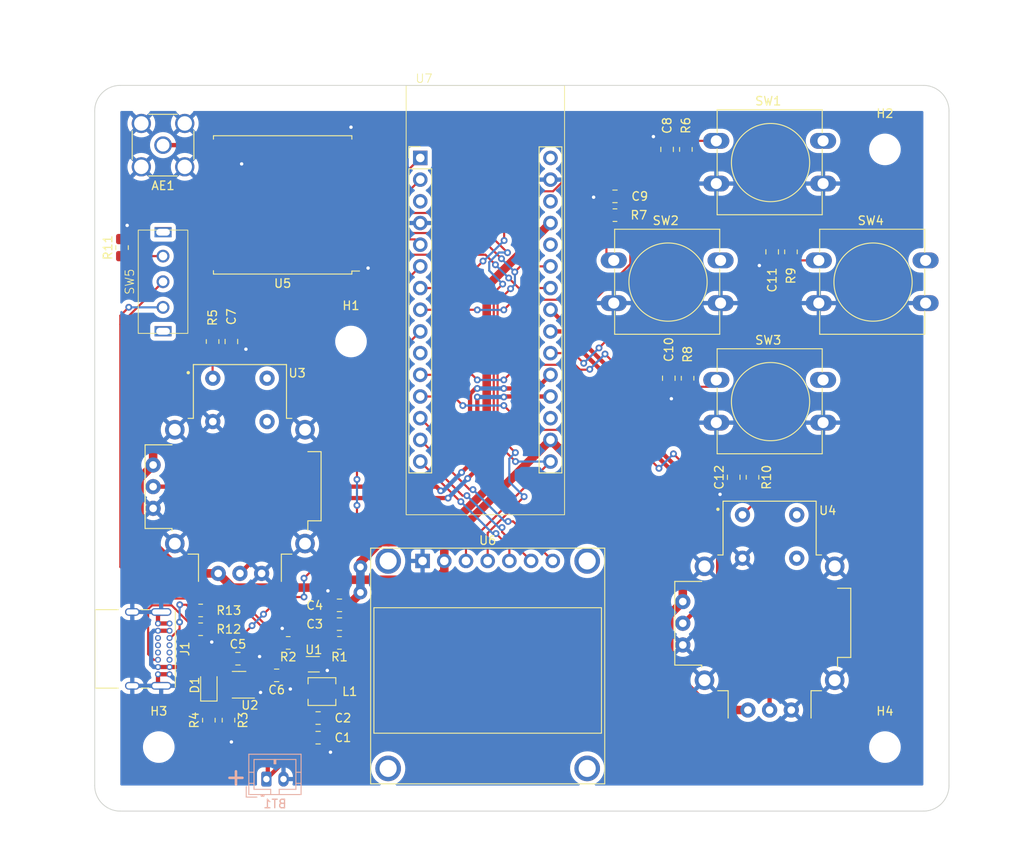
<source format=kicad_pcb>
(kicad_pcb (version 20240108) (generator "pcbnew") (generator_version "8.0")
  (layers (0 "F.Cu" signal) (31 "B.Cu" signal) (34 "B.Paste" user) (35 "F.Paste" user) (36 "B.SilkS" user "B.Silkscreen") (37 "F.SilkS" user "F.Silkscreen") (38 "B.Mask" user) (39 "F.Mask" user) (44 "Edge.Cuts" user))
  (net 0 "")
  (net 1 "Net-(AE1-A)")
  (net 2 "GND")
  (net 3 "/VBAT")
  (net 4 "+5V")
  (net 5 "/JOYSTICK_LEFT_SW")
  (net 6 "/BUTTON_UP")
  (net 7 "/BUTTON_LEFT")
  (net 8 "/BUTTON_DOWN")
  (net 9 "/BUTTON_RIGHT")
  (net 10 "/JOYSTICK_RIGHT_SW")
  (net 11 "/OLED_RST")
  (net 12 "/OLED_DC")
  (net 13 "/OLED_NSS")
  (net 14 "/LORA_RST")
  (net 15 "/LORA_DIO0")
  (net 16 "/LORA_NSS")
  (net 17 "/JOYSTICK_RIGHT_H")
  (net 18 "/JOYSTICK_RIGHT_V")
  (net 19 "/JOYSTICK_LEFT_H")
  (net 20 "/JOYSTICK_LEFT_V")
  (net 21 "+3V3")
  (net 22 "Net-(D1-K)")
  (net 23 "Net-(U1-SW)")
  (net 24 "Net-(U1-FB)")
  (net 25 "Net-(U2-PROG)")
  (net 26 "/BAT_CHRG_STAT")
  (net 27 "Net-(U3-SEL+)")
  (net 28 "Net-(R6-Pad2)")
  (net 29 "Net-(R7-Pad2)")
  (net 30 "Net-(R8-Pad2)")
  (net 31 "Net-(R9-Pad2)")
  (net 32 "Net-(U4-SEL+)")
  (net 33 "Net-(SW5-C)")
  (net 34 "Net-(SW5-B)")
  (net 40 "VBUS")
  (net 41 "Net-(J1-CC1)")
  (net 45 "Net-(J1-CC2)")
  (net 49 "/SPI1_MISO")
  (net 50 "/SPI1_MOSI")
  (net 51 "/SPI1_SCK")
  (footprint "Capacitor_SMD:C_0805_2012Metric_Pad1.18x1.45mm_HandSolder" (layer "F.Cu") (at 126.15 126.4)
    (property "Reference" "C1")
    (property "Value" "10uF")
  )
  (footprint "Button_Switch_THT:SW_PUSH-12mm" (layer "F.Cu") (at 172.76 56.5)
    (property "Reference" "SW1")
    (property "Value" "SW_UP")
  )
  (footprint "MountingHole:MountingHole_3.2mm_M3" (layer "F.Cu") (at 192.5 127.5)
    (property "Reference" "H4")
    (property "Value" "M3")
  )
  (footprint "Resistor_SMD:R_0805_2012Metric_Pad1.20x1.40mm_HandSolder" (layer "F.Cu") (at 103.2 69 90)
    (property "Reference" "R11")
    (property "Value" "10K")
  )
  (footprint "Button_Switch_THT:SW_PUSH-12mm" (layer "F.Cu") (at 184.76 70.5)
    (property "Reference" "SW4")
    (property "Value" "SW_RIGHT")
  )
  (footprint "Capacitor_SMD:C_0805_2012Metric_Pad1.18x1.45mm_HandSolder" (layer "F.Cu") (at 116 80 -90)
    (property "Reference" "C7")
    (property "Value" "100nF")
  )
  (footprint "Capacitor_SMD:C_0805_2012Metric_Pad1.18x1.45mm_HandSolder" (layer "F.Cu") (at 116.7625 117.15 180)
    (property "Reference" "C5")
    (property "Value" "4.7uF")
  )
  (footprint "MountingHole:MountingHole_3.2mm_M3" (layer "F.Cu") (at 192.5 57.5)
    (property "Reference" "H2")
    (property "Value" "M3")
  )
  (footprint "Capacitor_SMD:C_0805_2012Metric_Pad1.18x1.45mm_HandSolder" (layer "F.Cu") (at 128.65 110.9 180)
    (property "Reference" "C4")
    (property "Value" "10uF")
  )
  (footprint "Resistor_SMD:R_0805_2012Metric_Pad1.20x1.40mm_HandSolder" (layer "F.Cu") (at 160.9 65.2 180)
    (property "Reference" "R7")
    (property "Value" "10K")
  )
  (footprint "Resistor_SMD:R_0805_2012Metric_Pad1.20x1.40mm_HandSolder" (layer "F.Cu") (at 112.4 111.5)
    (property "Reference" "R13")
    (property "Value" "5.1K")
  )
  (footprint "Connector_USB:USB_C_Receptacle_GCT_USB4085" (layer "F.Cu") (at 108.76 113.025 -90)
    (property "Reference" "J1")
    (property "Value" "USB_C_Receptacle_USB2.0_16P")
  )
  (footprint "Capacitor_SMD:C_0805_2012Metric_Pad1.18x1.45mm_HandSolder" (layer "F.Cu") (at 121.3 119.1)
    (property "Reference" "C6")
    (property "Value" "4.7uF")
  )
  (footprint "Resistor_SMD:R_0805_2012Metric_Pad1.20x1.40mm_HandSolder" (layer "F.Cu") (at 169.2 57.5 90)
    (property "Reference" "R6")
    (property "Value" "10K")
  )
  (footprint "LED_SMD:LED_0805_2012Metric_Pad1.15x1.40mm_HandSolder" (layer "F.Cu") (at 113.3625 120.25 90)
    (property "Reference" "D1")
    (property "Value" "RED")
  )
  (footprint "Resistor_SMD:R_0805_2012Metric_Pad1.20x1.40mm_HandSolder" (layer "F.Cu") (at 181.5 69.5 -90)
    (property "Reference" "R9")
    (property "Value" "10K")
  )
  (footprint "Capacitor_SMD:C_0805_2012Metric_Pad1.18x1.45mm_HandSolder" (layer "F.Cu") (at 160.9 63 180)
    (property "Reference" "C9")
    (property "Value" "100nF")
  )
  (footprint "Resistor_SMD:R_0805_2012Metric_Pad1.20x1.40mm_HandSolder" (layer "F.Cu") (at 128.65 115.3 180)
    (property "Reference" "R1")
    (property "Value" "732K")
  )
  (footprint "Inductor_SMD:L_Vishay_IHLP-1212" (layer "F.Cu") (at 126.6 121)
    (property "Reference" "L1")
    (property "Value" "470nH")
  )
  (footprint "Resistor_SMD:R_0805_2012Metric_Pad1.20x1.40mm_HandSolder" (layer "F.Cu") (at 113.3625 124.35 -90)
    (property "Reference" "R4")
    (property "Value" "150")
  )
  (footprint "COM-09032:XDCR_COM-09032" (layer "F.Cu") (at 179 113)
    (property "Reference" "U4")
    (property "Value" "JOYSTICK_RIGHT")
  )
  (footprint "MountingHole:MountingHole_3.2mm_M3" (layer "F.Cu") (at 130 80)
    (property "Reference" "H1")
    (property "Value" "M3")
  )
  (footprint "COM-09032:XDCR_COM-09032" (layer "F.Cu") (at 117 97)
    (property "Reference" "U3")
    (property "Value" "JOYSTICK_LEFT")
  )
  (footprint "Capacitor_SMD:C_0805_2012Metric_Pad1.18x1.45mm_HandSolder" (layer "F.Cu") (at 167.2 84.3 -90)
    (property "Reference" "C10")
    (property "Value" "100nF")
  )
  (footprint "AMP_Custom:SSD1306_SPI" (layer "F.Cu") (at 146 105.7)
    (property "Reference" "U6")
    (property "Value" "SSD1306")
  )
  (footprint "Resistor_SMD:R_0805_2012Metric_Pad1.20x1.40mm_HandSolder" (layer "F.Cu") (at 169.4 84.3 -90)
    (property "Reference" "R8")
    (property "Value" "10K")
  )
  (footprint "Resistor_SMD:R_0805_2012Metric_Pad1.20x1.40mm_HandSolder" (layer "F.Cu") (at 112.4 113.7)
    (property "Reference" "R12")
    (property "Value" "5.1K")
  )
  (footprint "MountingHole:MountingHole_3.2mm_M3" (layer "F.Cu") (at 107.5 127.5)
    (property "Reference" "H3")
    (property "Value" "M3")
  )
  (footprint "Capacitor_SMD:C_0805_2012Metric_Pad1.18x1.45mm_HandSolder" (layer "F.Cu") (at 128.65 113.1 180)
    (property "Reference" "C3")
    (property "Value" "10uF")
  )
  (footprint "Button_Switch_THT:SW_PUSH-12mm" (layer "F.Cu") (at 160.76 70.5)
    (property "Reference" "SW2")
    (property "Value" "SW_LEFT")
  )
  (footprint "RF_Module:HOPERF_RFM9XW_SMD" (layer "F.Cu") (at 122 64 180)
    (property "Reference" "U5")
    (property "Value" "RFM95W-915S2")
  )
  (footprint "Button_Switch_THT:SW_PUSH-12mm" (layer "F.Cu") (at 172.76 84.5)
    (property "Reference" "SW3")
    (property "Value" "SW_DOWN")
  )
  (footprint "AMP_Custom:SLW-121586-5A-D" (layer "F.Cu") (at 108 73 90)
    (property "Reference" "SW5")
    (property "Value" "ON/OFF")
  )
  (footprint "Capacitor_SMD:C_0805_2012Metric_Pad1.18x1.45mm_HandSolder" (layer "F.Cu") (at 126.15 124.1)
    (property "Reference" "C2")
    (property "Value" "10uF")
  )
  (footprint "Connector_Coaxial:SMA_Amphenol_132291_Vertical" (layer "F.Cu") (at 108 57 180)
    (property "Reference" "AE1")
    (property "Value" "915MHz")
  )
  (footprint "AMP_Custom:NUCLEO32" (layer "F.Cu") (at 145.73 76.28)
    (property "Reference" "U7")
    (property "Value" "NUCLEO32-F303K8")
  )
  (footprint "Capacitor_SMD:C_0805_2012Metric_Pad1.18x1.45mm_HandSolder" (layer "F.Cu") (at 167 57.5 90)
    (property "Reference" "C8")
    (property "Value" "100nF")
  )
  (footprint "Package_TO_SOT_SMD:SOT-23-5" (layer "F.Cu") (at 116.9 120.2 180)
    (property "Reference" "U2")
    (property "Value" "MCP73831-2-OT")
  )
  (footprint "Capacitor_SMD:C_0805_2012Metric_Pad1.18x1.45mm_HandSolder" (layer "F.Cu") (at 179.3 69.5 -90)
    (property "Reference" "C11")
    (property "Value" "100nF")
  )
  (footprint "Capacitor_SMD:C_0805_2012Metric_Pad1.18x1.45mm_HandSolder" (layer "F.Cu") (at 174.8 95.9 -90)
    (property "Reference" "C12")
    (property "Value" "100nF")
  )
  (footprint "Resistor_SMD:R_0805_2012Metric_Pad1.20x1.40mm_HandSolder" (layer "F.Cu") (at 113.8 80 -90)
    (property "Reference" "R5")
    (property "Value" "10K")
  )
  (footprint "Resistor_SMD:R_0805_2012Metric_Pad1.20x1.40mm_HandSolder" (layer "F.Cu") (at 122.65 115.3 180)
    (property "Reference" "R2")
    (property "Value" "100K")
  )
  (footprint "Package_TO_SOT_SMD:SOT-563" (layer "F.Cu") (at 125.65 117.8)
    (property "Reference" "U1")
    (property "Value" "TPS61023")
  )
  (footprint "Resistor_SMD:R_0805_2012Metric_Pad1.20x1.40mm_HandSolder" (layer "F.Cu") (at 177 95.9 -90)
    (property "Reference" "R10")
    (property "Value" "10K")
  )
  (footprint "Resistor_SMD:R_0805_2012Metric_Pad1.20x1.40mm_HandSolder" (layer "F.Cu") (at 115.6625 124.35 90)
    (property "Reference" "R3")
    (property "Value" "2K")
  )
  (footprint "Connector_JST:JST_PH_B2B-PH-K_1x02_P2.00mm_Vertical" (layer "B.Cu") (at 120.1 131.25)
    (property "Reference" "BT1")
    (property "Value" "Li-ion")
  )
  (gr_line (start 100 132) (end 100 53) (stroke (width 0.1)) (layer "Edge.Cuts"))
  (gr_arc (start 100 53) (mid 100.87868 50.87868) (end 103 50) (stroke (width 0.1)) (layer "Edge.Cuts"))
  (gr_arc (start 197 50) (mid 199.12132 50.87868) (end 200 53) (stroke (width 0.1)) (layer "Edge.Cuts"))
  (gr_arc (start 200 132) (mid 199.12132 134.12132) (end 197 135) (stroke (width 0.1)) (layer "Edge.Cuts"))
  (gr_line (start 200 53) (end 200 132) (stroke (width 0.1)) (layer "Edge.Cuts"))
  (gr_arc (start 103 135) (mid 100.87868 134.12132) (end 100 132) (stroke (width 0.1)) (layer "Edge.Cuts"))
  (gr_line (start 103 135) (end 197 135) (stroke (width 0.1)) (layer "Edge.Cuts"))
  (gr_line (start 103 50) (end 197 50) (stroke (width 0.1)) (layer "Edge.Cuts"))
  (gr_text "+" (at 115.1 131.25 180) (layer "B.SilkS") (effects (font (size 2 2) (thickness 0.3)) (justify left mirror)))
  (segment (start 108 57) (end 114.475 57) (width 0.5) (layer "F.Cu") (net 1))
  (segment (start 103.2 67) (end 103.8 66.4) (width 0.25) (layer "F.Cu") (net 2))
  (segment (start 115.6625 125.35) (end 115.6625 126.5625) (width 0.5) (layer "F.Cu") (net 2))
  (segment (start 167.2 86.4) (end 167.5 86.7) (width 0.25) (layer "F.Cu") (net 2))
  (segment (start 113.4 111.5) (end 113.4 113.7) (width 0.25) (layer "F.Cu") (net 2))
  (segment (start 127.1875 124.1) (end 127.1875 126.4) (width 0.5) (layer "F.Cu") (net 2))
  (segment (start 107.41 112.045) (end 107.78 111.675) (width 0.5) (layer "F.Cu") (net 2))
  (segment (start 127.1875 127.6875) (end 127.6 128.1) (width 0.5) (layer "F.Cu") (net 2))
  (segment (start 119.05 117.15) (end 119.3 116.9) (width 0.5) (layer "F.Cu") (net 2))
  (segment (start 127.6125 110.9) (end 127.6125 109.5125) (width 0.5) (layer "F.Cu") (net 2))
  (segment (start 165.8625 56.4625) (end 165.4 56) (width 0.25) (layer "F.Cu") (net 2))
  (segment (start 121.65 113.9) (end 121.95 113.6) (width 0.5) (layer "F.Cu") (net 2))
  (segment (start 127.6125 109.5125) (end 127.3 109.2) (width 0.5) (layer "F.Cu") (net 2))
  (segment (start 127.6125 113.1) (end 127.6125 110.9) (width 0.5) (layer "F.Cu") (net 2))
  (segment (start 116 81.0375) (end 117.5625 81.0375) (width 0.25) (layer "F.Cu") (net 2))
  (segment (start 129.525 71) (end 131.6 71) (width 0.5) (layer "F.Cu") (net 2))
  (segment (start 117.5625 81.0375) (end 117.7 80.9) (width 0.25) (layer "F.Cu") (net 2))
  (segment (start 179.3 70.5375) (end 178.3625 70.5375) (width 0.25) (layer "F.Cu") (net 2))
  (segment (start 174.1625 96.9375) (end 173.2 97.9) (width 0.25) (layer "F.Cu") (net 2))
  (segment (start 178.3625 70.5375) (end 177.8 71.1) (width 0.25) (layer "F.Cu") (net 2))
  (segment (start 117 59) (end 117.2 59.2) (width 0.5) (layer "F.Cu") (net 2))
  (segment (start 174.8 96.9375) (end 174.1625 96.9375) (width 0.25) (layer "F.Cu") (net 2))
  (segment (start 167.2 85.3375) (end 167.2 86.4) (width 0.25) (layer "F.Cu") (net 2))
  (segment (start 122.3375 119.1) (end 122.3375 120.1375) (width 0.5) (layer "F.Cu") (net 2))
  (segment (start 121.65 115.3) (end 121.65 113.9) (width 0.5) (layer "F.Cu") (net 2))
  (segment (start 118.602684 120.2) (end 119.4125 121.009816) (width 0.5) (layer "F.Cu") (net 2))
  (segment (start 127.1875 126.4) (end 127.1875 127.6875) (width 0.5) (layer "F.Cu") (net 2))
  (segment (start 119.4125 121.009816) (end 119.4125 121.1) (width 0.5) (layer "F.Cu") (net 2))
  (segment (start 122.3375 120.1375) (end 122.9 120.7) (width 0.5) (layer "F.Cu") (net 2))
  (segment (start 107.41 113.025) (end 107.41 112.045) (width 0.5) (layer "F.Cu") (net 2))
  (segment (start 126.4 118.3) (end 127 118.3) (width 0.25) (layer "F.Cu") (net 2))
  (segment (start 159.8625 63) (end 158.5 63) (width 0.25) (layer "F.Cu") (net 2))
  (segment (start 113.4 114.9) (end 113.7 115.2) (width 0.25) (layer "F.Cu") (net 2))
  (segment (start 158.5 63) (end 158.4 63.1) (width 0.25) (layer "F.Cu") (net 2))
  (segment (start 117.8 117.15) (end 119.05 117.15) (width 0.5) (layer "F.Cu") (net 2))
  (segment (start 167 56.4625) (end 165.8625 56.4625) (width 0.25) (layer "F.Cu") (net 2))
  (segment (start 107.41 119.955) (end 107.78 120.325) (width 0.5) (layer "F.Cu") (net 2))
  (segment (start 107.41 118.975) (end 107.41 119.955) (width 0.5) (layer "F.Cu") (net 2))
  (segment (start 127 118.3) (end 127.225 118.525) (width 0.25) (layer "F.Cu") (net 2))
  (segment (start 129.525 57) (end 129.525 55.375) (width 0.5) (layer "F.Cu") (net 2))
  (segment (start 107.41 118.975) (end 108.76 118.975) (width 0.5) (layer "F.Cu") (net 2))
  (segment (start 113.4 113.7) (end 113.4 114.9) (width 0.25) (layer "F.Cu") (net 2))
  (segment (start 129.525 55.375) (end 130 54.9) (width 0.5) (layer "F.Cu") (net 2))
  (segment (start 114.475 59) (end 117 59) (width 0.5) (layer "F.Cu") (net 2))
  (segment (start 118.0375 120.2) (end 118.602684 120.2) (width 0.5) (layer "F.Cu") (net 2))
  (segment (start 115.6625 126.5625) (end 116 126.9) (width 0.5) (layer "F.Cu") (net 2))
  (segment (start 131.6 71) (end 132 71.4) (width 0.5) (layer "F.Cu") (net 2))
  (segment (start 108.76 113.025) (end 107.41 113.025) (width 0.5) (layer "F.Cu") (net 2))
  (segment (start 103.2 68) (end 103.2 67) (width 0.25) (layer "F.Cu") (net 2))
  (via (at 127.225 118.525) (size 0.8) (drill 0.4) (layers "F.Cu" "B.Cu") (net 2))
  (via (at 103.8 66.4) (size 0.8) (drill 0.4) (layers "F.Cu" "B.Cu") (net 2))
  (via (at 167.5 86.7) (size 0.8) (drill 0.4) (layers "F.Cu" "B.Cu") (net 2))
  (via (at 177.8 71.1) (size 0.8) (drill 0.4) (layers "F.Cu" "B.Cu") (net 2))
  (via (at 116 126.9) (size 0.8) (drill 0.4) (layers "F.Cu" "B.Cu") (net 2))
  (via (at 158.4 63.1) (size 0.8) (drill 0.4) (layers "F.Cu" "B.Cu") (net 2))
  (via (at 121.95 113.6) (size 0.8) (drill 0.4) (layers "F.Cu" "B.Cu") (net 2))
  (via (at 127.6 128.1) (size 0.8) (drill 0.4) (layers "F.Cu" "B.Cu") (net 2))
  (via (at 130 54.9) (size 0.8) (drill 0.4) (layers "F.Cu" "B.Cu") (net 2))
  (via (at 113.7 115.2) (size 0.8) (drill 0.4) (layers "F.Cu" "B.Cu") (net 2))
  (via (at 122.9 120.7) (size 0.8) (drill 0.4) (layers "F.Cu" "B.Cu") (net 2))
  (via (at 173.2 97.9) (size 0.8) (drill 0.4) (layers "F.Cu" "B.Cu") (net 2))
  (via (at 127.3 109.2) (size 0.8) (drill 0.4) (layers "F.Cu" "B.Cu") (net 2))
  (via (at 165.4 56) (size 0.8) (drill 0.4) (layers "F.Cu" "B.Cu") (net 2))
  (via (at 119.3 116.9) (size 0.8) (drill 0.4) (layers "F.Cu" "B.Cu") (net 2))
  (via (at 119.4125 121.1) (size 0.8) (drill 0.4) (layers "F.Cu" "B.Cu") (net 2))
  (via (at 132 71.4) (size 0.8) (drill 0.4) (layers "F.Cu" "B.Cu") (net 2))
  (via (at 117.7 80.9) (size 0.8) (drill 0.4) (layers "F.Cu" "B.Cu") (net 2))
  (via (at 117.2 59.2) (size 0.8) (drill 0.4) (layers "F.Cu" "B.Cu") (net 2))
  (segment (start 125.1125 124.1) (end 125.1125 121.1375) (width 0.5) (layer "F.Cu") (net 3))
  (segment (start 103 106.4) (end 106.7 110.1) (width 0.25) (layer "F.Cu") (net 3))
  (segment (start 103 76.974694) (end 103.987347 75.987347) (width 0.25) (layer "F.Cu") (net 3))
  (segment (start 120.2625 114.098896) (end 120.2625 119.1) (width 0.25) (layer "F.Cu") (net 3))
  (segment (start 120.2625 131.0875) (end 120.1 131.25) (width 0.5) (layer "F.Cu") (net 3))
  (segment (start 120.2625 119.1) (end 120.2625 131.0875) (width 0.5) (layer "F.Cu") (net 3))
  (segment (start 124.95 126.4) (end 120.1 131.25) (width 0.5) (layer "F.Cu") (net 3))
  (segment (start 125.1125 121.1375) (end 125.25 121) (width 0.5) (layer "F.Cu") (net 3))
  (segment (start 116.263604 110.1) (end 120.2625 114.098896) (width 0.25) (layer "F.Cu") (net 3))
  (segment (start 103 78) (end 103 76.974694) (width 0.25) (layer "F.Cu") (net 3))
  (segment (start 118.0375 119.25) (end 120.1125 119.25) (width 0.5) (layer "F.Cu") (net 3))
  (segment (start 125.1125 126.4) (end 124.95 126.4) (width 0.5) (layer "F.Cu") (net 3))
  (segment (start 103 78) (end 103 106.4) (width 0.25) (layer "F.Cu") (net 3))
  (segment (start 124.9 120.65) (end 125.25 121) (width 0.25) (layer "F.Cu") (net 3))
  (segment (start 125.1125 126.4) (end 125.1125 124.1) (width 0.5) (layer "F.Cu") (net 3))
  (segment (start 124.9 118.3) (end 124.9 120.65) (width 0.25) (layer "F.Cu") (net 3))
  (segment (start 106.7 110.1) (end 116.263604 110.1) (width 0.25) (layer "F.Cu") (net 3))
  (segment (start 120.1125 119.25) (end 120.2625 119.1) (width 0.5) (layer "F.Cu") (net 3))
  (via (at 103.987347 75.987347) (size 0.8) (drill 0.4) (layers "F.Cu" "B.Cu") (net 3))
  (segment (start 103.987347 75.987347) (end 104 76) (width 0.25) (layer "B.Cu") (net 3))
  (segment (start 104 76) (end 108 76) (width 0.25) (layer "B.Cu") (net 3))
  (segment (start 134.4 103.5) (end 133.43873 103.5) (width 1) (layer "F.Cu") (net 4))
  (segment (start 129.65 110.9375) (end 129.6875 110.9) (width 0.5) (layer "F.Cu") (net 4))
  (segment (start 131.1 105.83873) (end 131.1 106.4) (width 1) (layer "F.Cu") (net 4))
  (segment (start 145.886472 73.583528) (end 145.886472 97.286472) (width 1) (layer "F.Cu") (net 4))
  (segment (start 129.65 115.3) (end 127.725 117.225) (width 0.5) (layer "F.Cu") (net 4))
  (segment (start 131.1 109.4875) (end 129.6875 110.9) (width 1) (layer "F.Cu") (net 4))
  (segment (start 126.4 117.3) (end 127.65 117.3) (width 0.25) (layer "F.Cu") (net 4))
  (segment (start 139.672944 103.5) (end 134.4 103.5) (width 1) (layer "F.Cu") (net 4))
  (segment (start 145.886472 97.286472) (end 139.672944 103.5) (width 1) (layer "F.Cu") (net 4))
  (segment (start 133.43873 103.5) (end 131.1 105.83873) (width 1) (layer "F.Cu") (net 4))
  (segment (start 129.65 115.3) (end 129.65 110.9375) (width 0.5) (layer "F.Cu") (net 4))
  (segment (start 127.65 117.3) (end 127.725 117.225) (width 0.25) (layer "F.Cu") (net 4))
  (segment (start 131.1 109.4) (end 131.1 109.4875) (width 1) (layer "F.Cu") (net 4))
  (segment (start 153.35 66.12) (end 145.886472 73.583528) (width 1) (layer "F.Cu") (net 4))
  (via (at 131.1 109.4) (size 1.6) (drill 0.8) (layers "F.Cu" "B.Cu") (net 4))
  (via (at 131.1 106.4) (size 1.6) (drill 0.8) (layers "F.Cu" "B.Cu") (net 4))
  (segment (start 131.1 106.4) (end 131.1 109.4) (width 1) (layer "B.Cu") (net 4))
  (segment (start 138.11 71.2) (end 136.11 73.2) (width 0.25) (layer "F.Cu") (net 5))
  (segment (start 113.8 79) (end 115.9625 79) (width 0.25) (layer "F.Cu") (net 5))
  (segment (start 115.9625 79) (end 116 78.9625) (width 0.25) (layer "F.Cu") (net 5))
  (segment (start 116 75.5) (end 116 78.9625) (width 0.25) (layer "F.Cu") (net 5))
  (segment (start 136.11 73.2) (end 118.3 73.2) (width 0.25) (layer "F.Cu") (net 5))
  (segment (start 118.3 73.2) (end 116 75.5) (width 0.25) (layer "F.Cu") (net 5))
  (segment (start 153.646701 62.405) (end 152.430172 62.405) (width 0.25) (layer "F.Cu") (net 6))
  (segment (start 138.11 73.74) (end 142.29256 73.74) (width 0.25) (layer "F.Cu") (net 6))
  (segment (start 157.514201 58.5375) (end 153.646701 62.405) (width 0.25) (layer "F.Cu") (net 6))
  (segment (start 169.2 58.5) (end 167.0375 58.5) (width 0.25) (layer "F.Cu") (net 6))
  (segment (start 167 58.5375) (end 157.514201 58.5375) (width 0.25) (layer "F.Cu") (net 6))
  (segment (start 152.430172 62.405) (end 147.926869 66.908303) (width 0.25) (layer "F.Cu") (net 6))
  (segment (start 142.29256 73.74) (end 145.453627 70.578933) (width 0.25) (layer "F.Cu") (net 6))
  (segment (start 167.0375 58.5) (end 167 58.5375) (width 0.25) (layer "F.Cu") (net 6))
  (segment (start 147.926869 66.908303) (end 147.926869 68.173131) (width 0.25) (layer "F.Cu") (net 6))
  (via (at 145.453627 70.578933) (size 0.8) (drill 0.4) (layers "F.Cu" "B.Cu") (net 6))
  (via (at 147.926869 68.173131) (size 0.8) (drill 0.4) (layers "F.Cu" "B.Cu") (net 6))
  (segment (start 145.521067 70.578933) (end 145.453627 70.578933) (width 0.25) (layer "B.Cu") (net 6))
  (segment (start 147.926869 68.173131) (end 145.521067 70.578933) (width 0.25) (layer "B.Cu") (net 6))
  (segment (start 158.521767 75.105) (end 162.7 70.926767) (width 0.25) (layer "F.Cu") (net 7))
  (segment (start 162.7 70.926767) (end 162.7 66) (width 0.25) (layer "F.Cu") (net 7))
  (segment (start 144.766472 76.28) (end 144.786472 76.3) (width 0.25) (layer "F.Cu") (net 7))
  (segment (start 161.9375 63) (end 161.9375 65.1625) (width 0.25) (layer "F.Cu") (net 7))
  (segment (start 149.081472 75.105) (end 158.521767 75.105) (width 0.25) (layer "F.Cu") (net 7))
  (segment (start 162.7 66) (end 161.9 65.2) (width 0.25) (layer "F.Cu") (net 7))
  (segment (start 147.886472 76.3) (end 149.081472 75.105) (width 0.25) (layer "F.Cu") (net 7))
  (segment (start 161.9375 65.1625) (end 161.9 65.2) (width 0.25) (layer "F.Cu") (net 7))
  (segment (start 138.11 76.28) (end 144.766472 76.28) (width 0.25) (layer "F.Cu") (net 7))
  (via (at 144.786472 76.3) (size 0.8) (drill 0.4) (layers "F.Cu" "B.Cu") (net 7))
  (via (at 147.886472 76.3) (size 0.8) (drill 0.4) (layers "F.Cu" "B.Cu") (net 7))
  (segment (start 144.786472 76.3) (end 147.886472 76.3) (width 0.25) (layer "B.Cu") (net 7))
  (segment (start 157.9 83.3) (end 157.948959 83.251041) (width 0.25) (layer "F.Cu") (net 8))
  (segment (start 159.736041 81.463959) (end 161.534582 83.2625) (width 0.25) (layer "F.Cu") (net 8))
  (segment (start 156.8 83.3) (end 157.9 83.3) (width 0.25) (layer "F.Cu") (net 8))
  (segment (start 138.11 83.9) (end 144.186478 83.9) (width 0.25) (layer "F.Cu") (net 8))
  (segment (start 161.534582 83.2625) (end 167.2 83.2625) (width 0.25) (layer "F.Cu") (net 8))
  (segment (start 144.186478 83.9) (end 144.786472 84.499994) (width 0.25) (layer "F.Cu") (net 8))
  (segment (start 169.4 83.3) (end 167.2375 83.3) (width 0.25) (layer "F.Cu") (net 8))
  (segment (start 156.225 82.725) (end 156.8 83.3) (width 0.25) (layer "F.Cu") (net 8))
  (segment (start 167.2375 83.3) (end 167.2 83.2625) (width 0.25) (layer "F.Cu") (net 8))
  (segment (start 149.661469 82.725) (end 156.225 82.725) (width 0.25) (layer "F.Cu") (net 8))
  (segment (start 147.886472 84.499997) (end 149.661469 82.725) (width 0.25) (layer "F.Cu") (net 8))
  (via (at 147.886472 84.499997) (size 0.8) (drill 0.4) (layers "F.Cu" "B.Cu") (net 8))
  (via (at 144.786472 84.499994) (size 0.8) (drill 0.4) (layers "F.Cu" "B.Cu") (net 8))
  (via (at 157.948959 83.251041) (size 0.8) (drill 0.4) (layers "F.Cu" "B.Cu") (net 8))
  (via (at 159.736041 81.463959) (size 0.8) (drill 0.4) (layers "F.Cu" "B.Cu") (net 8))
  (segment (start 157.948959 83.251041) (end 159.736041 81.463959) (width 0.25) (layer "B.Cu") (net 8))
  (segment (start 147.886469 84.499994) (end 147.886472 84.499997) (width 0.25) (layer "B.Cu") (net 8))
  (segment (start 144.786472 84.499994) (end 147.886469 84.499994) (width 0.25) (layer "B.Cu") (net 8))
  (segment (start 153.35 81.36) (end 156.057918 81.36) (width 0.25) (layer "F.Cu") (net 9))
  (segment (start 159.028932 80.75685) (end 171.323282 68.4625) (width 0.25) (layer "F.Cu") (net 9))
  (segment (start 181.5 68.5) (end 179.3375 68.5) (width 0.25) (layer "F.Cu") (net 9))
  (segment (start 171.323282 68.4625) (end 179.3 68.4625) (width 0.25) (layer "F.Cu") (net 9))
  (segment (start 156.057918 81.36) (end 157.24185 82.543932) (width 0.25) (layer "F.Cu") (net 9))
  (segment (start 179.3375 68.5) (end 179.3 68.4625) (width 0.25) (layer "F.Cu") (net 9))
  (via (at 157.24185 82.543932) (size 0.8) (drill 0.4) (layers "F.Cu" "B.Cu") (net 9))
  (via (at 159.028932 80.75685) (size 0.8) (drill 0.4) (layers "F.Cu" "B.Cu") (net 9))
  (segment (start 157.24185 82.543932) (end 159.028932 80.75685) (width 0.25) (layer "B.Cu") (net 9))
  (segment (start 161.542918 90.345) (end 166.048959 94.851041) (width 0.25) (layer "F.Cu") (net 10))
  (segment (start 174.8 94.8625) (end 176.9625 94.8625) (width 0.25) (layer "F.Cu") (net 10))
  (segment (start 138.11 86.44) (end 142.026472 86.44) (width 0.25) (layer "F.Cu") (net 10))
  (segment (start 167.746016 93.153984) (end 169.454532 94.8625) (width 0.25) (layer "F.Cu") (net 10))
  (segment (start 169.454532 94.8625) (end 174.8 94.8625) (width 0.25) (layer "F.Cu") (net 10))
  (segment (start 150.731469 90.345) (end 161.542918 90.345) (width 0.25) (layer "F.Cu") (net 10))
  (segment (start 142.026472 86.44) (end 143.086472 87.5) (width 0.25) (layer "F.Cu") (net 10))
  (segment (start 147.886472 87.500003) (end 150.731469 90.345) (width 0.25) (layer "F.Cu") (net 10))
  (via (at 143.086472 87.5) (size 0.8) (drill 0.4) (layers "F.Cu" "B.Cu") (net 10))
  (via (at 166.048959 94.851041) (size 0.8) (drill 0.4) (layers "F.Cu" "B.Cu") (net 10))
  (via (at 147.886472 87.500003) (size 0.8) (drill 0.4) (layers "F.Cu" "B.Cu") (net 10))
  (via (at 167.746016 93.153984) (size 0.8) (drill 0.4) (layers "F.Cu" "B.Cu") (net 10))
  (segment (start 166.048959 94.851041) (end 167.746016 93.153984) (width 0.25) (layer "B.Cu") (net 10))
  (segment (start 147.886469 87.5) (end 147.886472 87.500003) (width 0.25) (layer "B.Cu") (net 10))
  (segment (start 143.086472 87.5) (end 147.886469 87.5) (width 0.25) (layer "B.Cu") (net 10))
  (segment (start 138.11 94.06) (end 142.808654 98.758654) (width 0.25) (layer "F.Cu") (net 11))
  (segment (start 148.54 105.7) (end 148.54 104.056222) (width 0.25) (layer "F.Cu") (net 11))
  (segment (start 148.54 104.056222) (end 146.972195 102.488417) (width 0.25) (layer "F.Cu") (net 11))
  (segment (start 142.808654 98.758654) (end 142.858654 98.758654) (width 0.25) (layer "F.Cu") (net 11))
  (via (at 142.858654 98.758654) (size 0.8) (drill 0.4) (layers "F.Cu" "B.Cu") (net 11))
  (via (at 146.972195 102.488417) (size 0.8) (drill 0.4) (layers "F.Cu" "B.Cu") (net 11))
  (segment (start 146.972195 102.488417) (end 146.588417 102.488417) (width 0.25) (layer "B.Cu") (net 11))
  (segment (start 146.588417 102.488417) (end 142.858654 98.758654) (width 0.25) (layer "B.Cu") (net 11))
  (segment (start 139.9 93.31) (end 138.11 91.52) (width 0.25) (layer "F.Cu") (net 12))
  (segment (start 147.679304 102.299304) (end 147.679304 101.781308) (width 0.25) (layer "F.Cu") (net 12))
  (segment (start 151.08 105.7) (end 147.679304 102.299304) (width 0.25) (layer "F.Cu") (net 12))
  (segment (start 143.565763 98.051545) (end 143.051545 98.051545) (width 0.25) (layer "F.Cu") (net 12))
  (segment (start 143.051545 98.051545) (end 139.9 94.9) (width 0.25) (layer "F.Cu") (net 12))
  (segment (start 139.9 94.9) (end 139.9 93.31) (width 0.25) (layer "F.Cu") (net 12))
  (via (at 147.679304 101.781308) (size 0.8) (drill 0.4) (layers "F.Cu" "B.Cu") (net 12))
  (via (at 143.565763 98.051545) (size 0.8) (drill 0.4) (layers "F.Cu" "B.Cu") (net 12))
  (segment (start 147.295526 101.781308) (end 147.679304 101.781308) (width 0.25) (layer "B.Cu") (net 12))
  (segment (start 143.565763 98.051545) (end 147.295526 101.781308) (width 0.25) (layer "B.Cu") (net 12))
  (segment (start 140.35 93.810477) (end 143.88396 97.344437) (width 0.25) (layer "F.Cu") (net 13))
  (segment (start 138.11 88.98) (end 140.35 91.22) (width 0.25) (layer "F.Cu") (net 13))
  (segment (start 140.35 91.22) (end 140.35 93.810477) (width 0.25) (layer "F.Cu") (net 13))
  (segment (start 148.386412 101.074199) (end 148.994199 101.074199) (width 0.25) (layer "F.Cu") (net 13))
  (segment (start 143.88396 97.344437) (end 144.272871 97.344437) (width 0.25) (layer "F.Cu") (net 13))
  (segment (start 148.994199 101.074199) (end 153.62 105.7) (width 0.25) (layer "F.Cu") (net 13))
  (via (at 148.386412 101.074199) (size 0.8) (drill 0.4) (layers "F.Cu" "B.Cu") (net 13))
  (via (at 144.272871 97.344437) (size 0.8) (drill 0.4) (layers "F.Cu" "B.Cu") (net 13))
  (segment (start 148.002633 101.074199) (end 148.386412 101.074199) (width 0.25) (layer "B.Cu") (net 13))
  (segment (start 144.272871 97.344437) (end 148.002633 101.074199) (width 0.25) (layer "B.Cu") (net 13))
  (segment (start 135.61 61) (end 138.11 58.5) (width 0.25) (layer "F.Cu") (net 14))
  (segment (start 129.525 61) (end 135.61 61) (width 0.25) (layer "F.Cu") (net 14))
  (segment (start 115.515 68.04) (end 137.49 68.04) (width 0.25) (layer "F.Cu") (net 15))
  (segment (start 114.475 67) (end 115.515 68.04) (width 0.25) (layer "F.Cu") (net 15))
  (segment (start 137.49 68.04) (end 138.11 68.66) (width 0.25) (layer "F.Cu") (net 15))
  (segment (start 136.15 63) (end 138.11 61.04) (width 0.25) (layer "F.Cu") (net 16))
  (segment (start 129.525 63) (end 136.15 63) (width 0.25) (layer "F.Cu") (net 16))
  (segment (start 153.35 76.28) (end 161.5 84.43) (width 0.5) (layer "F.Cu") (net 17))
  (segment (start 173.673 100.283051) (end 173.673 107.7) (width 0.5) (layer "F.Cu") (net 17))
  (segment (start 161.5 84.43) (end 161.5 88.11005) (width 0.5) (layer "F.Cu") (net 17))
  (segment (start 173.673 107.7) (end 179 113.027) (width 0.5) (layer "F.Cu") (net 17))
  (segment (start 161.5 88.11005) (end 173.673 100.283051) (width 0.5) (layer "F.Cu") (net 17))
  (segment (start 179 113.027) (end 179 123.16) (width 0.5) (layer "F.Cu") (net 17))
  (segment (start 154.72 78.82) (end 153.35 78.82) (width 0.5) (layer "F.Cu") (net 18))
  (segment (start 172.973 108.867) (end 172.973 100.573) (width 0.5) (layer "F.Cu") (net 18))
  (segment (start 168.84 113) (end 172.973 108.867) (width 0.5) (layer "F.Cu") (net 18))
  (segment (start 172.973 100.573) (end 160.8 88.4) (width 0.5) (layer "F.Cu") (net 18))
  (segment (start 160.8 84.9) (end 154.72 78.82) (width 0.5) (layer "F.Cu") (net 18))
  (segment (start 160.8 88.4) (end 160.8 84.9) (width 0.5) (layer "F.Cu") (net 18))
  (segment (start 143.657653 96.042347) (end 144.786472 94.913528) (width 0.5) (layer "F.Cu") (net 19))
  (segment (start 144.786472 94.913528) (end 144.786472 86.5) (width 0.5) (layer "F.Cu") (net 19))
  (segment (start 125.822347 98.337653) (end 141.362347 98.337653) (width 0.5) (layer "F.Cu") (net 19))
  (segment (start 117 107.16) (end 125.822347 98.337653) (width 0.5) (layer "F.Cu") (net 19))
  (segment (start 147.886472 86.5) (end 147.946472 86.44) (width 0.5) (layer "F.Cu") (net 19))
  (segment (start 147.946472 86.44) (end 153.35 86.44) (width 0.5) (layer "F.Cu") (net 19))
  (via (at 141.362347 98.337653) (size 0.8) (drill 0.4) (layers "F.Cu" "B.Cu") (net 19))
  (via (at 143.657653 96.042347) (size 0.8) (drill 0.4) (layers "F.Cu" "B.Cu") (net 19))
  (via (at 144.786472 86.5) (size 0.8) (drill 0.4) (layers "F.Cu" "B.Cu") (net 19))
  (via (at 147.886472 86.5) (size 0.8) (drill 0.4) (layers "F.Cu" "B.Cu") (net 19))
  (segment (start 144.786472 86.5) (end 147.886472 86.5) (width 0.5) (layer "B.Cu") (net 19))
  (segment (start 141.362347 98.337653) (end 143.657653 96.042347) (width 0.5) (layer "B.Cu") (net 19))
  (segment (start 147.886472 85.5) (end 151.75 85.5) (width 0.5) (layer "F.Cu") (net 20))
  (segment (start 106.84 97) (end 140.012347 97) (width 0.5) (layer "F.Cu") (net 20))
  (segment (start 143.936472 86.147918) (end 144.584393 85.499997) (width 0.5) (layer "F.Cu") (net 20))
  (segment (start 140.012347 97) (end 140.5 97.487653) (width 0.5) (layer "F.Cu") (net 20))
  (segment (start 142.950545 95.335239) (end 143.936472 94.349312) (width 0.5) (layer "F.Cu") (net 20))
  (segment (start 143.936472 94.349312) (end 143.936472 86.3) (width 0.5) (layer "F.Cu") (net 20))
  (segment (start 151.75 85.5) (end 153.35 83.9) (width 0.5) (layer "F.Cu") (net 20))
  (segment (start 144.584393 85.499997) (end 144.786472 85.499997) (width 0.5) (layer "F.Cu") (net 20))
  (segment (start 143.936472 86.3) (end 143.936472 86.147918) (width 0.5) (layer "F.Cu") (net 20))
  (via (at 142.950545 95.335239) (size 0.8) (drill 0.4) (layers "F.Cu" "B.Cu") (net 20))
  (via (at 147.886472 85.5) (size 0.8) (drill 0.4) (layers "F.Cu" "B.Cu") (net 20))
  (via (at 144.786472 85.499997) (size 0.8) (drill 0.4) (layers "F.Cu" "B.Cu") (net 20))
  (via (at 140.5 97.487653) (size 0.8) (drill 0.4) (layers "F.Cu" "B.Cu") (net 20))
  (segment (start 140.798131 97.487653) (end 142.950545 95.335239) (width 0.5) (layer "B.Cu") (net 20))
  (segment (start 147.886469 85.499997) (end 147.886472 85.5) (width 0.5) (layer "B.Cu") (net 20))
  (segment (start 140.5 97.487653) (end 140.798131 97.487653) (width 0.5) (layer "B.Cu") (net 20))
  (segment (start 144.786472 85.499997) (end 147.886469 85.499997) (width 0.5) (layer "B.Cu") (net 20))
  (segment (start 153.35 91.52) (end 140.92 103.95) (width 1) (layer "F.Cu") (net 21))
  (segment (start 105.251 96.049) (end 106.84 94.46) (width 1) (layer "F.Cu") (net 21))
  (segment (start 168.84 107.01) (end 168.84 110.46) (width 1) (layer "F.Cu") (net 21))
  (segment (start 112.3 66.261038) (end 113.561038 65) (width 1) (layer "F.Cu") (net 21))
  (segment (start 172.06 123.16) (end 176.46 123.16) (width 1) (layer "F.Cu") (net 21))
  (segment (start 126.119365 108.825) (end 127.044365 107.9) (width 1) (layer "F.Cu") (net 21))
  (segment (start 140.92 106.902081) (end 140.92 105.7) (width 1) (layer "F.Cu") (net 21))
  (segment (start 114.46 107.16) (end 110.266104 107.16) (width 1) (layer "F.Cu") (net 21))
  (segment (start 153.35 91.52) (end 168.84 107.01) (width 1) (layer "F.Cu") (net 21))
  (segment (start 106.84 94.46) (end 106.84 82.96) (width 1) (layer "F.Cu") (net 21))
  (segment (start 116.125 108.825) (end 126.119365 108.825) (width 1) (layer "F.Cu") (net 21))
  (segment (start 167.251 112.049) (end 167.251 118.351) (width 1) (layer "F.Cu") (net 21))
  (segment (start 168.84 110.46) (end 167.251 112.049) (width 1) (layer "F.Cu") (net 21))
  (segment (start 114.46 107.16) (end 116.125 108.825) (width 1) (layer "F.Cu") (net 21))
  (segment (start 105.251 102.144896) (end 105.251 96.049) (width 1) (layer "F.Cu") (net 21))
  (segment (start 140.92 103.95) (end 140.92 105.7) (width 1) (layer "F.Cu") (net 21))
  (segment (start 106.84 82.96) (end 112.3 77.5) (width 1) (layer "F.Cu") (net 21))
  (segment (start 110.266104 107.16) (end 105.251 102.144896) (width 1) (layer "F.Cu") (net 21))
  (segment (start 167.251 118.351) (end 172.06 123.16) (width 1) (layer "F.Cu") (net 21))
  (segment (start 112.3 77.5) (end 112.3 66.261038) (width 1) (layer "F.Cu") (net 21))
  (segment (start 139.922081 107.9) (end 140.92 106.902081) (width 1) (layer "F.Cu") (net 21))
  (segment (start 113.561038 65) (end 114.475 65) (width 1) (layer "F.Cu") (net 21))
  (segment (start 127.044365 107.9) (end 139.922081 107.9) (width 1) (layer "F.Cu") (net 21))
  (segment (start 113.3625 123.35) (end 113.3625 121.275) (width 0.5) (layer "F.Cu") (net 22))
  (segment (start 126.4 117.8) (end 127.75 117.8) (width 0.25) (layer "F.Cu") (net 23))
  (segment (start 127.75 117.8) (end 127.95 118) (width 0.25) (layer "F.Cu") (net 23))
  (segment (start 127.95 118) (end 127.95 121) (width 0.25) (layer "F.Cu") (net 23))
  (segment (start 127.65 115.3) (end 123.65 115.3) (width 0.25) (layer "F.Cu") (net 24))
  (segment (start 123.65 115.3) (end 123.65 116.05) (width 0.25) (layer "F.Cu") (net 24))
  (segment (start 123.65 116.05) (end 124.9 117.3) (width 0.25) (layer "F.Cu") (net 24))
  (segment (start 115.7625 123.25) (end 115.6625 123.35) (width 0.5) (layer "F.Cu") (net 25))
  (segment (start 115.7625 121.15) (end 115.7625 123.25) (width 0.5) (layer "F.Cu") (net 25))
  (segment (start 118.0375 126.064582) (end 118.0375 121.15) (width 0.5) (layer "F.Cu") (net 26))
  (segment (start 113.3625 125.35) (end 113.3625 125.95) (width 0.5) (layer "F.Cu") (net 26))
  (segment (start 116.8875 116.4299) (end 116.8875 120.662499) (width 0.25) (layer "F.Cu") (net 26))
  (segment (start 124.5 109.925) (end 121.775 109.925) (width 0.25) (layer "F.Cu") (net 26))
  (segment (start 116.302082 127.8) (end 118.0375 126.064582) (width 0.5) (layer "F.Cu") (net 26))
  (segment (start 116.8875 120.662499) (end 117.375001 121.15) (width 0.25) (layer "F.Cu") (net 26))
  (segment (start 117.375001 121.15) (end 118.0375 121.15) (width 0.25) (layer "F.Cu") (net 26))
  (segment (start 130.7 101.525) (end 124.5 107.725) (width 0.25) (layer "F.Cu") (net 26))
  (segment (start 115.2125 127.8) (end 116.302082 127.8) (width 0.5) (layer "F.Cu") (net 26))
  (segment (start 138.11 78.82) (end 130.7 86.23) (width 0.25) (layer "F.Cu") (net 26))
  (segment (start 113.3625 125.95) (end 115.2125 127.8) (width 0.5) (layer "F.Cu") (net 26))
  (segment (start 130.7 86.23) (end 130.7 96.15) (width 0.25) (layer "F.Cu") (net 26))
  (segment (start 118.419149 113.280851) (end 116.8875 114.8125) (width 0.25) (layer "F.Cu") (net 26))
  (segment (start 121.775 109.925) (end 119.762653 111.937347) (width 0.25) (layer "F.Cu") (net 26))
  (segment (start 130.7 99.187653) (end 130.7 101.525) (width 0.25) (layer "F.Cu") (net 26))
  (segment (start 116.8875 114.8125) (end 116.8875 116.4299) (width 0.25) (layer "F.Cu") (net 26))
  (via (at 124.5 107.725) (size 0.8) (drill 0.4) (layers "F.Cu" "B.Cu") (net 26))
  (via (at 118.419149 113.280851) (size 0.8) (drill 0.4) (layers "F.Cu" "B.Cu") (net 26))
  (via (at 130.7 96.15) (size 0.8) (drill 0.4) (layers "F.Cu" "B.Cu") (net 26))
  (via (at 130.7 99.187653) (size 0.8) (drill 0.4) (layers "F.Cu" "B.Cu") (net 26))
  (via (at 119.762653 111.937347) (size 0.8) (drill 0.4) (layers "F.Cu" "B.Cu") (net 26))
  (via (at 124.5 109.925) (size 0.8) (drill 0.4) (layers "F.Cu" "B.Cu") (net 26))
  (segment (start 124.5 107.725) (end 124.5 109.925) (width 0.25) (layer "B.Cu") (net 26))
  (segment (start 130.7 96.15) (end 130.7 99.187653) (width 0.25) (layer "B.Cu") (net 26))
  (segment (start 119.762653 111.937347) (end 118.419149 113.280851) (width 0.25) (layer "B.Cu") (net 26))
  (segment (start 113.8 84.275) (end 113.825 84.3) (width 0.25) (layer "F.Cu") (net 27))
  (segment (start 113.8 81) (end 113.8 84.275) (width 0.25) (layer "F.Cu") (net 27))
  (segment (start 169.2 56.5) (end 172.76 56.5) (width 0.25) (layer "F.Cu") (net 28))
  (segment (start 159.9 69.64) (end 160.76 70.5) (width 0.25) (layer "F.Cu") (net 29))
  (segment (start 159.9 65.2) (end 159.9 69.64) (width 0.25) (layer "F.Cu") (net 29))
  (segment (start 169.4 85.3) (end 171.96 85.3) (width 0.25) (layer "F.Cu") (net 30))
  (segment (start 171.96 85.3) (end 172.76 84.5) (width 0.25) (layer "F.Cu") (net 30))
  (segment (start 181.5 70.5) (end 184.76 70.5) (width 0.25) (layer "F.Cu") (net 31))
  (segment (start 175.8 100.275) (end 175.825 100.3) (width 0.25) (layer "F.Cu") (net 32))
  (segment (start 177 99.125) (end 175.825 100.3) (width 0.25) (layer "F.Cu") (net 32))
  (segment (start 177 96.9) (end 177 99.125) (width 0.25) (layer "F.Cu") (net 32))
  (segment (start 103.2 70) (end 108 70) (width 0.25) (layer "F.Cu") (net 33))
  (segment (start 124.9 117.8) (end 121.2 117.8) (width 0.25) (layer "F.Cu") (net 34))
  (segment (start 120.7125 117.3125) (end 120.7125 113.9125) (width 0.25) (layer "F.Cu") (net 34))
  (segment (start 103.45 77.55) (end 108 73) (width 0.25) (layer "F.Cu") (net 34))
  (segment (start 103.45 106.213604) (end 103.45 77.55) (width 0.25) (layer "F.Cu") (net 34))
  (segment (start 121.2 117.8) (end 120.7125 117.3125) (width 0.25) (layer "F.Cu") (net 34))
  (segment (start 116.45 109.65) (end 106.886396 109.65) (width 0.25) (layer "F.Cu") (net 34))
  (segment (start 106.886396 109.65) (end 103.45 106.213604) (width 0.25) (layer "F.Cu") (net 34))
  (segment (start 120.7125 113.9125) (end 116.45 109.65) (width 0.25) (layer "F.Cu") (net 34))
  (segment (start 115.7375 119.225) (end 115.7625 119.25) (width 0.5) (layer "F.Cu") (net 40))
  (segment (start 108.76 118.125) (end 111.554974 118.125) (width 0.5) (layer "F.Cu") (net 40))
  (segment (start 113.3625 119.225) (end 115.7375 119.225) (width 0.5) (layer "F.Cu") (net 40))
  (segment (start 111.554974 118.125) (end 112.529974 117.15) (width 0.5) (layer "F.Cu") (net 40))
  (segment (start 115.725 119.2125) (end 115.7625 119.25) (width 0.5) (layer "F.Cu") (net 40))
  (segment (start 115.725 117.15) (end 115.725 119.2125) (width 0.5) (layer "F.Cu") (net 40))
  (segment (start 108.76 118.125) (end 107.41 118.125) (width 0.5) (layer "F.Cu") (net 40))
  (segment (start 107.41 113.875) (end 108.76 113.875) (width 0.5) (layer "F.Cu") (net 40))
  (segment (start 112.529974 117.15) (end 115.725 117.15) (width 0.5) (layer "F.Cu") (net 40))
  (segment (start 107.41 113.875) (end 106.915026 113.875) (width 0.5) (layer "B.Cu") (net 40))
  (segment (start 106.915026 113.875) (end 106.61 114.180026) (width 0.5) (layer "B.Cu") (net 40))
  (segment (start 106.61 117.819974) (end 106.915026 118.125) (width 0.5) (layer "B.Cu") (net 40))
  (segment (start 106.915026 118.125) (end 107.41 118.125) (width 0.5) (layer "B.Cu") (net 40))
  (segment (start 106.61 114.180026) (end 106.61 117.819974) (width 0.5) (layer "B.Cu") (net 40))
  (segment (start 109.937347 113.652248) (end 109.937347 112.862653) (width 0.25) (layer "F.Cu") (net 41))
  (segment (start 110.729214 110.829214) (end 111.4 111.5) (width 0.25) (layer "F.Cu") (net 41))
  (segment (start 108.864595 114.725) (end 109.937347 113.652248) (width 0.25) (layer "F.Cu") (net 41))
  (segment (start 108.76 114.725) (end 108.864595 114.725) (width 0.25) (layer "F.Cu") (net 41))
  (segment (start 109.95452 110.829214) (end 110.729214 110.829214) (width 0.25) (layer "F.Cu") (net 41))
  (via (at 109.95452 110.829214) (size 0.8) (drill 0.4) (layers "F.Cu" "B.Cu") (net 41))
  (via (at 109.937347 112.862653) (size 0.8) (drill 0.4) (layers "F.Cu" "B.Cu") (net 41))
  (segment (start 109.937347 110.846387) (end 109.95452 110.829214) (width 0.25) (layer "B.Cu") (net 41))
  (segment (start 109.937347 112.862653) (end 109.937347 110.846387) (width 0.25) (layer "B.Cu") (net 41))
  (segment (start 107.41 117.275) (end 106.915026 117.275) (width 0.25) (layer "F.Cu") (net 45))
  (segment (start 111.4 113.3) (end 111.4 113.7) (width 0.25) (layer "F.Cu") (net 45))
  (segment (start 106.708984 110.9) (end 109 110.9) (width 0.25) (layer "F.Cu") (net 45))
  (segment (start 106.255 111.353984) (end 106.708984 110.9) (width 0.25) (layer "F.Cu") (net 45))
  (segment (start 106.915026 117.275) (end 106.255 116.614974) (width 0.25) (layer "F.Cu") (net 45))
  (segment (start 109 110.9) (end 111.4 113.3) (width 0.25) (layer "F.Cu") (net 45))
  (segment (start 106.255 116.614974) (end 106.255 111.353984) (width 0.25) (layer "F.Cu") (net 45))
  (segment (start 149.64 73.74) (end 148.462818 72.562818) (width 0.25) (layer "F.Cu") (net 49))
  (segment (start 153.35 73.74) (end 149.64 73.74) (width 0.25) (layer "F.Cu") (net 49))
  (segment (start 130.36 69.835) (end 145.735 69.835) (width 0.25) (layer "F.Cu") (net 49))
  (segment (start 145.735 69.835) (end 146.907182 71.007182) (width 0.25) (layer "F.Cu") (net 49))
  (segment (start 129.525 69) (end 130.36 69.835) (width 0.25) (layer "F.Cu") (net 49))
  (via (at 148.462818 72.562818) (size 0.8) (drill 0.4) (layers "F.Cu" "B.Cu") (net 49))
  (via (at 146.907182 71.007182) (size 0.8) (drill 0.4) (layers "F.Cu" "B.Cu") (net 49))
  (segment (start 146.907182 71.007182) (end 148.462818 72.562818) (width 0.25) (layer "B.Cu") (net 49))
  (segment (start 149.825636 71.2) (end 153.35 71.2) (width 0.25) (layer "F.Cu") (net 50))
  (segment (start 146 105.7) (end 146 102.435306) (width 0.25) (layer "F.Cu") (net 50))
  (segment (start 129.525 67) (end 129.82 67.295) (width 0.25) (layer "F.Cu") (net 50))
  (segment (start 129.82 67.295) (end 144.609216 67.295) (width 0.25) (layer "F.Cu") (net 50))
  (segment (start 149.169927 71.855709) (end 149.825636 71.2) (width 0.25) (layer "F.Cu") (net 50))
  (segment (start 144.609216 67.295) (end 147.61429 70.300074) (width 0.25) (layer "F.Cu") (net 50))
  (segment (start 147.161472 75.334782) (end 148.685474 73.81078) (width 0.25) (layer "F.Cu") (net 50))
  (segment (start 149.240906 93.015601) (end 147.161472 90.936167) (width 0.25) (layer "F.Cu") (net 50))
  (segment (start 146 102.435306) (end 150.267653 98.167653) (width 0.25) (layer "F.Cu") (net 50))
  (segment (start 147.161472 82.3) (end 147.161472 75.334782) (width 0.25) (layer "F.Cu") (net 50))
  (segment (start 147.161472 90.936167) (end 147.161472 82.3) (width 0.25) (layer "F.Cu") (net 50))
  (via (at 149.240906 93.015601) (size 0.8) (drill 0.4) (layers "F.Cu" "B.Cu") (net 50))
  (via (at 148.685474 73.81078) (size 0.8) (drill 0.4) (layers "F.Cu" "B.Cu") (net 50))
  (via (at 150.267653 98.167653) (size 0.8) (drill 0.4) (layers "F.Cu" "B.Cu") (net 50))
  (via (at 149.169927 71.855709) (size 0.8) (drill 0.4) (layers "F.Cu" "B.Cu") (net 50))
  (via (at 147.61429 70.300074) (size 0.8) (drill 0.4) (layers "F.Cu" "B.Cu") (net 50))
  (segment (start 149.187818 71.8736) (end 149.169927 71.855709) (width 0.25) (layer "B.Cu") (net 50))
  (segment (start 149.187818 73.308436) (end 149.187818 71.8736) (width 0.25) (layer "B.Cu") (net 50))
  (segment (start 147.61429 70.300074) (end 147.614292 70.300074) (width 0.25) (layer "B.Cu") (net 50))
  (segment (start 147.614292 70.300074) (end 149.169927 71.855709) (width 0.25) (layer "B.Cu") (net 50))
  (segment (start 148.685474 73.81078) (end 149.187818 73.308436) (width 0.25) (layer "B.Cu") (net 50))
  (segment (start 148.532182 93.724325) (end 149.240906 93.015601) (width 0.25) (layer "B.Cu") (net 50))
  (segment (start 150.267653 98.167653) (end 148.532182 96.432182) (width 0.25) (layer "B.Cu") (net 50))
  (segment (start 148.532182 96.432182) (end 148.532182 93.724325) (width 0.25) (layer "B.Cu") (net 50))
  (segment (start 129.58 64.945) (end 143.673432 64.945) (width 0.25) (layer "F.Cu") (net 51))
  (segment (start 146.711472 91.511472) (end 149.257182 94.057182) (width 0.25) (layer "F.Cu") (net 51))
  (segment (start 129.525 65) (end 129.58 64.945) (width 0.25) (layer "F.Cu") (net 51))
  (segment (start 143.46 103.95) (end 153.35 94.06) (width 0.25) (layer "F.Cu") (net 51))
  (segment (start 143.46 105.7) (end 143.46 103.95) (width 0.25) (layer "F.Cu") (net 51))
  (segment (start 146.711472 74.314164) (end 146.711472 85.6) (width 0.25) (layer "F.Cu") (net 51))
  (segment (start 146.711472 85.6) (end 146.711472 91.511472) (width 0.25) (layer "F.Cu") (net 51))
  (segment (start 143.673432 64.945) (end 148.321398 69.592966) (width 0.25) (layer "F.Cu") (net 51))
  (segment (start 147.755709 73.269927) (end 146.711472 74.314164) (width 0.25) (layer "F.Cu") (net 51))
  (via (at 147.755709 73.269927) (size 0.8) (drill 0.4) (layers "F.Cu" "B.Cu") (net 51))
  (via (at 149.257182 94.057182) (size 0.8) (drill 0.4) (layers "F.Cu" "B.Cu") (net 51))
  (via (at 148.321398 69.592966) (size 0.8) (drill 0.4) (layers "F.Cu" "B.Cu") (net 51))
  (segment (start 148.321398 69.592966) (end 148.303506 69.575074) (width 0.25) (layer "B.Cu") (net 51))
  (segment (start 146.182182 70.706877) (end 146.182182 71.6964) (width 0.25) (layer "B.Cu") (net 51))
  (segment (start 148.303506 69.575074) (end 147.313985 69.575074) (width 0.25) (layer "B.Cu") (net 51))
  (segment (start 147.313985 69.575074) (end 146.182182 70.706877) (width 0.25) (layer "B.Cu") (net 51))
  (segment (start 146.182182 71.6964) (end 147.755709 73.269927) (width 0.25) (layer "B.Cu") (net 51))
  (segment (start 149.257182 94.057182) (end 149.26 94.06) (width 0.25) (layer "B.Cu") (net 51))
  (segment (start 149.26 94.06) (end 153.35 94.06) (width 0.25) (layer "B.Cu") (net 51))
  (zone (net 2) (net_name "GND") (layer "B.Cu") (connect_pads (clearance 0.5)) (min_thickness 0.25) (fill yes (thermal_gap 0.5) (thermal_bridge_width 0.5))
    (polygon (pts (xy 103 53) (xy 197 53) (xy 197 132) (xy 103 132)))
  )
)
</source>
